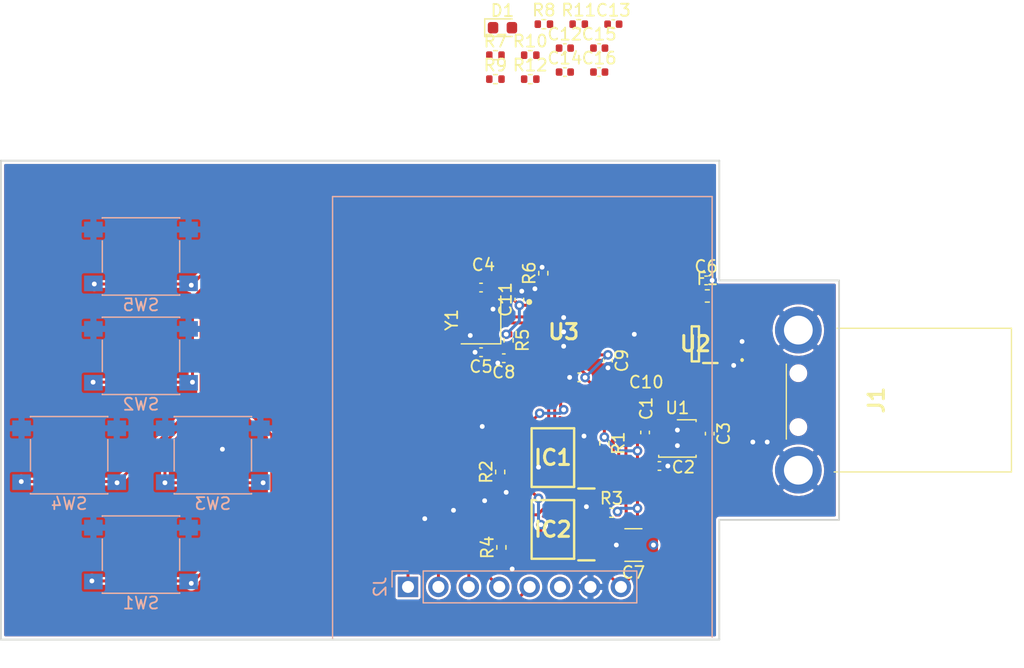
<source format=kicad_pcb>
(kicad_pcb (version 20171130) (host pcbnew "(5.1.12)-1")
  (layers (0 F.Cu signal) (31 B.Cu signal) (34 B.Paste user) (35 F.Paste user) (36 B.SilkS user) (37 F.SilkS user) (38 B.Mask user) (39 F.Mask user) (44 Edge.Cuts user))
  (net 0 "")
  (net 1 "Net-(IC1-Pad7)")
  (net 2 "Net-(IC1-Pad3)")
  (net 3 GND)
  (net 4 "Net-(C2-Pad1)")
  (net 5 "Net-(J1-Pad3)")
  (net 6 "Net-(J1-Pad2)")
  (net 7 D+)
  (net 8 VBUS)
  (net 9 D-)
  (net 10 "Net-(IC2-Pad3)")
  (net 11 "Net-(U3-Pad24)")
  (net 12 "Net-(U3-Pad23)")
  (net 13 "Net-(U3-Pad18)")
  (net 14 "Net-(U3-Pad13)")
  (net 15 "Net-(U3-Pad9)")
  (net 16 "Net-(U3-Pad6)")
  (net 17 "Net-(F1-Pad2)")
  (net 18 "Net-(C4-Pad2)")
  (net 19 "Net-(C5-Pad2)")
  (net 20 +3V3)
  (net 21 CLK)
  (net 22 MOSI)
  (net 23 MISO)
  (net 24 "Net-(IC2-Pad7)")
  (net 25 RIGHT)
  (net 26 DOWN)
  (net 27 LEFT)
  (net 28 UP)
  (net 29 "Net-(C8-Pad1)")
  (net 30 "Net-(R6-Pad1)")
  (net 31 "Net-(J2-Pad6)")
  (net 32 ~CS)
  (net 33 DC)
  (net 34 ~RES)
  (net 35 OK)
  (net 36 ~FLASH_CS)
  (net 37 ~FRAM_CS)
  (net 38 "Net-(C12-Pad2)")
  (net 39 "Net-(C13-Pad2)")
  (net 40 "Net-(C14-Pad2)")
  (net 41 "Net-(C15-Pad2)")
  (net 42 "Net-(C16-Pad2)")
  (net 43 "Net-(D1-Pad2)")
  (net 44 "Net-(D1-Pad1)")
  (net 45 "Net-(R7-Pad2)")
  (net 46 "Net-(R8-Pad1)")
  (net 47 "Net-(R9-Pad1)")
  (net 48 "Net-(R10-Pad1)")
  (net 49 "Net-(R11-Pad1)")
  (net 50 "Net-(R12-Pad1)")
  (module Resistor_SMD:R_0402_1005Metric (layer F.Cu) (at 97.21 89.19)
    (fp_text reference R12 (at 0 -1.17) (layer F.SilkS))
    (fp_text value 10k/5%/0.1W)
    (pad 2 smd roundrect (at 0.51 0) (size 0.54 0.64) (layers F.Cu F.Paste F.Mask) (net 28 UP))
    (pad 1 smd roundrect (at -0.51 0) (size 0.54 0.64) (layers F.Cu F.Paste F.Mask) (net 50 "Net-(R12-Pad1)"))
  )
  (module Resistor_SMD:R_0402_1005Metric (layer F.Cu) (at 101.26 84.6)
    (fp_text reference R11 (at 0 -1.17) (layer F.SilkS))
    (fp_text value 10k/5%/0.1W)
    (pad 2 smd roundrect (at 0.51 0) (size 0.54 0.64) (layers F.Cu F.Paste F.Mask) (net 26 DOWN))
    (pad 1 smd roundrect (at -0.51 0) (size 0.54 0.64) (layers F.Cu F.Paste F.Mask) (net 49 "Net-(R11-Pad1)"))
  )
  (module Resistor_SMD:R_0402_1005Metric (layer F.Cu) (at 97.21 87.19)
    (fp_text reference R10 (at 0 -1.17) (layer F.SilkS))
    (fp_text value 10k/5%/0.1W)
    (pad 2 smd roundrect (at 0.51 0) (size 0.54 0.64) (layers F.Cu F.Paste F.Mask) (net 27 LEFT))
    (pad 1 smd roundrect (at -0.51 0) (size 0.54 0.64) (layers F.Cu F.Paste F.Mask) (net 48 "Net-(R10-Pad1)"))
  )
  (module Resistor_SMD:R_0402_1005Metric (layer F.Cu) (at 94.3 89.19)
    (fp_text reference R9 (at 0 -1.17) (layer F.SilkS))
    (fp_text value 10k/5%/0.1W)
    (pad 2 smd roundrect (at 0.51 0) (size 0.54 0.64) (layers F.Cu F.Paste F.Mask) (net 25 RIGHT))
    (pad 1 smd roundrect (at -0.51 0) (size 0.54 0.64) (layers F.Cu F.Paste F.Mask) (net 47 "Net-(R9-Pad1)"))
  )
  (module Resistor_SMD:R_0402_1005Metric (layer F.Cu) (at 98.35 84.6)
    (fp_text reference R8 (at 0 -1.17) (layer F.SilkS))
    (fp_text value 10k/5%/0.1W)
    (pad 2 smd roundrect (at 0.51 0) (size 0.54 0.64) (layers F.Cu F.Paste F.Mask) (net 35 OK))
    (pad 1 smd roundrect (at -0.51 0) (size 0.54 0.64) (layers F.Cu F.Paste F.Mask) (net 46 "Net-(R8-Pad1)"))
  )
  (module Resistor_SMD:R_0402_1005Metric (layer F.Cu) (at 94.3 87.19)
    (fp_text reference R7 (at 0 -1.17) (layer F.SilkS))
    (fp_text value /5%/0.1W)
    (pad 2 smd roundrect (at 0.51 0) (size 0.54 0.64) (layers F.Cu F.Paste F.Mask) (net 45 "Net-(R7-Pad2)"))
    (pad 1 smd roundrect (at -0.51 0) (size 0.54 0.64) (layers F.Cu F.Paste F.Mask) (net 43 "Net-(D1-Pad2)"))
  )
  (module LED_SMD:LED_0603_1608Metric (layer F.Cu) (at 94.89 84.895001)
    (fp_text reference D1 (at 0 -1.43) (layer F.SilkS))
    (fp_text value LED)
    (pad 2 smd roundrect (at 0.7875 0) (size 0.875 0.95) (layers F.Cu F.Paste F.Mask) (net 43 "Net-(D1-Pad2)"))
    (pad 1 smd roundrect (at -0.7875 0) (size 0.875 0.95) (layers F.Cu F.Paste F.Mask) (net 44 "Net-(D1-Pad1)"))
  )
  (module Capacitor_SMD:C_0402_1005Metric (layer F.Cu) (at 102.97 88.6)
    (fp_text reference C16 (at 0 -1.16) (layer F.SilkS))
    (fp_text value 100n/X5R/10V)
    (pad 2 smd roundrect (at 0.48 0) (size 0.56 0.62) (layers F.Cu F.Paste F.Mask) (net 42 "Net-(C16-Pad2)"))
    (pad 1 smd roundrect (at -0.48 0) (size 0.56 0.62) (layers F.Cu F.Paste F.Mask) (net 28 UP))
  )
  (module Capacitor_SMD:C_0402_1005Metric (layer F.Cu) (at 102.97 86.6)
    (fp_text reference C15 (at 0 -1.16) (layer F.SilkS))
    (fp_text value 100n/X5R/10V)
    (pad 2 smd roundrect (at 0.48 0) (size 0.56 0.62) (layers F.Cu F.Paste F.Mask) (net 41 "Net-(C15-Pad2)"))
    (pad 1 smd roundrect (at -0.48 0) (size 0.56 0.62) (layers F.Cu F.Paste F.Mask) (net 26 DOWN))
  )
  (module Capacitor_SMD:C_0402_1005Metric (layer F.Cu) (at 100.1 88.6)
    (fp_text reference C14 (at 0 -1.16) (layer F.SilkS))
    (fp_text value 100n/X5R/10V)
    (pad 2 smd roundrect (at 0.48 0) (size 0.56 0.62) (layers F.Cu F.Paste F.Mask) (net 40 "Net-(C14-Pad2)"))
    (pad 1 smd roundrect (at -0.48 0) (size 0.56 0.62) (layers F.Cu F.Paste F.Mask) (net 27 LEFT))
  )
  (module Capacitor_SMD:C_0402_1005Metric (layer F.Cu) (at 104.15 84.6)
    (fp_text reference C13 (at 0 -1.16) (layer F.SilkS))
    (fp_text value 100n/X5R/10V)
    (pad 2 smd roundrect (at 0.48 0) (size 0.56 0.62) (layers F.Cu F.Paste F.Mask) (net 39 "Net-(C13-Pad2)"))
    (pad 1 smd roundrect (at -0.48 0) (size 0.56 0.62) (layers F.Cu F.Paste F.Mask) (net 25 RIGHT))
  )
  (module Capacitor_SMD:C_0402_1005Metric (layer F.Cu) (at 100.1 86.6)
    (fp_text reference C12 (at 0 -1.16) (layer F.SilkS))
    (fp_text value 100n/X5R/10V)
    (pad 2 smd roundrect (at 0.48 0) (size 0.56 0.62) (layers F.Cu F.Paste F.Mask) (net 38 "Net-(C12-Pad2)"))
    (pad 1 smd roundrect (at -0.48 0) (size 0.56 0.62) (layers F.Cu F.Paste F.Mask) (net 35 OK))
  )
  (module C4V1:480372100 (layer F.Cu) (at 128 116 90)
    (fp_text reference J1 (at 0 -1.875 90) (layer F.SilkS) (effects (font (size 1.27 1.27) (thickness 0.254))))
    (fp_text value 48037-2100 hide)
    (pad MH4 np_thru_hole circle (at -2.25 -8.4 90) (size 1.1 1.1) (drill 1.1) (layers *.Cu *.Mask))
    (pad MH3 np_thru_hole circle (at 2.25 -8.4 90) (size 1.1 1.1) (drill 1.1) (layers *.Cu *.Mask))
    (pad 5 thru_hole circle (at -5.85 -8.4 90) (size 3.9 3.9) (drill 2.404) (layers *.Cu *.Mask) (net 3 GND))
    (pad 5 thru_hole circle (at 5.85 -8.4 90) (size 3.9 3.9) (drill 2.404) (layers *.Cu *.Mask) (net 3 GND))
    (pad 4 smd rect (at -3.5 -11 90) (size 1.2 2) (layers F.Cu F.Paste F.Mask) (net 3 GND))
    (pad 3 smd rect (at -1 -11 90) (size 1.2 2) (layers F.Cu F.Paste F.Mask) (net 5 "Net-(J1-Pad3)"))
    (pad 2 smd rect (at 1 -11 90) (size 1.2 2) (layers F.Cu F.Paste F.Mask) (net 6 "Net-(J1-Pad2)"))
    (pad 1 smd rect (at 3.5 -11 90) (size 1.2 2) (layers F.Cu F.Paste F.Mask) (net 17 "Net-(F1-Pad2)"))
  )
  (module Capacitor_SMD:C_1210_3225Metric (layer F.Cu) (at 105.825 128.1 180)
    (fp_text reference C7 (at 0 -2.3) (layer F.SilkS))
    (fp_text value 100u/X7R/10V)
    (pad 2 smd roundrect (at 1.475 0 180) (size 1.15 2.7) (layers F.Cu F.Paste F.Mask) (roundrect_rratio 0.217391) (net 3 GND))
    (pad 1 smd roundrect (at -1.475 0 180) (size 1.15 2.7) (layers F.Cu F.Paste F.Mask) (roundrect_rratio 0.217391) (net 20 +3V3))
  )
  (module Crystal:Crystal_SMD_Abracon_ABM8G-4Pin_3.2x2.5mm (layer F.Cu) (at 93.1 109.3 90)
    (fp_text reference Y1 (at 0 -2.45 90) (layer F.SilkS))
    (fp_text value ECS-80-8-33Q-ADS-TR3)
    (pad 4 smd rect (at -1.1 -0.85 90) (size 1.4 1.2) (layers F.Cu F.Paste F.Mask) (net 3 GND))
    (pad 3 smd rect (at 1.1 -0.85 90) (size 1.4 1.2) (layers F.Cu F.Paste F.Mask) (net 18 "Net-(C4-Pad2)"))
    (pad 2 smd rect (at 1.1 0.85 90) (size 1.4 1.2) (layers F.Cu F.Paste F.Mask) (net 3 GND))
    (pad 1 smd rect (at -1.1 0.85 90) (size 1.4 1.2) (layers F.Cu F.Paste F.Mask) (net 19 "Net-(C5-Pad2)"))
  )
  (module Package_DFN_QFN:DFN-8-1EP_3x3mm_P0.65mm_EP1.55x2.4mm (layer F.Cu) (at 109.5 119.2)
    (fp_text reference U1 (at 0 -2.55) (layer F.SilkS))
    (fp_text value LDLN050PU33)
    (pad 9 smd rect (at 0 0) (size 1.55 2.4) (layers F.Cu F.Mask) (net 3 GND))
    (pad 8 smd rect (at 1.55 -0.975) (size 0.65 0.35) (layers F.Cu F.Paste F.Mask) (net 8 VBUS))
    (pad 7 smd rect (at 1.55 -0.325) (size 0.65 0.35) (layers F.Cu F.Paste F.Mask) (net 3 GND))
    (pad 6 smd rect (at 1.55 0.325) (size 0.65 0.35) (layers F.Cu F.Paste F.Mask) (net 3 GND))
    (pad 5 smd rect (at 1.55 0.975) (size 0.65 0.35) (layers F.Cu F.Paste F.Mask) (net 8 VBUS))
    (pad 4 smd rect (at -1.55 0.975) (size 0.65 0.35) (layers F.Cu F.Paste F.Mask) (net 3 GND))
    (pad 3 smd rect (at -1.55 0.325) (size 0.65 0.35) (layers F.Cu F.Paste F.Mask) (net 4 "Net-(C2-Pad1)"))
    (pad 2 smd rect (at -1.55 -0.325) (size 0.65 0.35) (layers F.Cu F.Paste F.Mask) (net 3 GND))
    (pad 1 smd rect (at -1.55 -0.975) (size 0.65 0.35) (layers F.Cu F.Paste F.Mask) (net 20 +3V3))
  )
  (module Button_Switch_SMD:SW_Push_1P1T_NO_6x6mm_H9.5mm (layer B.Cu) (at 64.7 104)
    (fp_text reference SW5 (at 0 4.05) (layer B.SilkS) (effects (justify mirror)))
    (fp_text value SW_Push)
    (pad 2 smd rect (at 3.975 -2.25) (size 1.55 1.3) (layers B.Cu B.Paste B.Mask) (net 3 GND))
    (pad 1 smd rect (at 3.975 2.25) (size 1.55 1.3) (layers B.Cu B.Paste B.Mask) (net 35 OK))
    (pad 1 smd rect (at -3.975 2.25) (size 1.55 1.3) (layers B.Cu B.Paste B.Mask) (net 35 OK))
    (pad 2 smd rect (at -3.975 -2.25) (size 1.55 1.3) (layers B.Cu B.Paste B.Mask) (net 3 GND))
  )
  (module Button_Switch_SMD:SW_Push_1P1T_NO_6x6mm_H9.5mm (layer B.Cu) (at 58.7 120.6)
    (fp_text reference SW4 (at 0 4.05) (layer B.SilkS) (effects (justify mirror)))
    (fp_text value SW_Push)
    (pad 2 smd rect (at 3.975 -2.25) (size 1.55 1.3) (layers B.Cu B.Paste B.Mask) (net 3 GND))
    (pad 1 smd rect (at 3.975 2.25) (size 1.55 1.3) (layers B.Cu B.Paste B.Mask) (net 25 RIGHT))
    (pad 1 smd rect (at -3.975 2.25) (size 1.55 1.3) (layers B.Cu B.Paste B.Mask) (net 25 RIGHT))
    (pad 2 smd rect (at -3.975 -2.25) (size 1.55 1.3) (layers B.Cu B.Paste B.Mask) (net 3 GND))
  )
  (module Button_Switch_SMD:SW_Push_1P1T_NO_6x6mm_H9.5mm (layer B.Cu) (at 70.7 120.6)
    (fp_text reference SW3 (at 0 4.05) (layer B.SilkS) (effects (justify mirror)))
    (fp_text value SW_Push)
    (pad 2 smd rect (at 3.975 -2.25) (size 1.55 1.3) (layers B.Cu B.Paste B.Mask) (net 3 GND))
    (pad 1 smd rect (at 3.975 2.25) (size 1.55 1.3) (layers B.Cu B.Paste B.Mask) (net 27 LEFT))
    (pad 1 smd rect (at -3.975 2.25) (size 1.55 1.3) (layers B.Cu B.Paste B.Mask) (net 27 LEFT))
    (pad 2 smd rect (at -3.975 -2.25) (size 1.55 1.3) (layers B.Cu B.Paste B.Mask) (net 3 GND))
  )
  (module Button_Switch_SMD:SW_Push_1P1T_NO_6x6mm_H9.5mm (layer B.Cu) (at 64.7 112.3)
    (fp_text reference SW2 (at 0 4.05) (layer B.SilkS) (effects (justify mirror)))
    (fp_text value SW_Push)
    (pad 2 smd rect (at 3.975 -2.25) (size 1.55 1.3) (layers B.Cu B.Paste B.Mask) (net 3 GND))
    (pad 1 smd rect (at 3.975 2.25) (size 1.55 1.3) (layers B.Cu B.Paste B.Mask) (net 26 DOWN))
    (pad 1 smd rect (at -3.975 2.25) (size 1.55 1.3) (layers B.Cu B.Paste B.Mask) (net 26 DOWN))
    (pad 2 smd rect (at -3.975 -2.25) (size 1.55 1.3) (layers B.Cu B.Paste B.Mask) (net 3 GND))
  )
  (module Button_Switch_SMD:SW_Push_1P1T_NO_6x6mm_H9.5mm (layer B.Cu) (at 64.7 128.9)
    (fp_text reference SW1 (at 0 4.05) (layer B.SilkS) (effects (justify mirror)))
    (fp_text value SW_Push)
    (pad 2 smd rect (at 3.975 -2.25) (size 1.55 1.3) (layers B.Cu B.Paste B.Mask) (net 3 GND))
    (pad 1 smd rect (at 3.975 2.25) (size 1.55 1.3) (layers B.Cu B.Paste B.Mask) (net 28 UP))
    (pad 1 smd rect (at -3.975 2.25) (size 1.55 1.3) (layers B.Cu B.Paste B.Mask) (net 28 UP))
    (pad 2 smd rect (at -3.975 -2.25) (size 1.55 1.3) (layers B.Cu B.Paste B.Mask) (net 3 GND))
  )
  (module Resistor_SMD:R_0402_1005Metric (layer F.Cu) (at 98.3 105.4 90)
    (fp_text reference R6 (at 0 -1.17 90) (layer F.SilkS))
    (fp_text value 10k/5%/0.1W)
    (pad 2 smd roundrect (at 0.51 0 90) (size 0.54 0.64) (layers F.Cu F.Paste F.Mask) (net 3 GND))
    (pad 1 smd roundrect (at -0.51 0 90) (size 0.54 0.64) (layers F.Cu F.Paste F.Mask) (net 30 "Net-(R6-Pad1)"))
  )
  (module Resistor_SMD:R_0402_1005Metric (layer F.Cu) (at 95.4 111 270)
    (fp_text reference R5 (at 0 -1.17 90) (layer F.SilkS))
    (fp_text value 10k/5%/0.1W)
    (pad 2 smd roundrect (at 0.51 0 270) (size 0.54 0.64) (layers F.Cu F.Paste F.Mask) (net 29 "Net-(C8-Pad1)"))
    (pad 1 smd roundrect (at -0.51 0 270) (size 0.54 0.64) (layers F.Cu F.Paste F.Mask) (net 20 +3V3))
  )
  (module Resistor_SMD:R_0402_1005Metric (layer F.Cu) (at 94.8 128.3 90)
    (fp_text reference R4 (at 0 -1.17 90) (layer F.SilkS))
    (fp_text value 10k/5%/0.1W)
    (pad 2 smd roundrect (at 0.51 0 90) (size 0.54 0.64) (layers F.Cu F.Paste F.Mask) (net 24 "Net-(IC2-Pad7)"))
    (pad 1 smd roundrect (at -0.51 0 90) (size 0.54 0.64) (layers F.Cu F.Paste F.Mask) (net 20 +3V3))
  )
  (module Resistor_SMD:R_0402_1005Metric (layer F.Cu) (at 104 125.4 180)
    (fp_text reference R3 (at 0 1.2) (layer F.SilkS))
    (fp_text value 10k/5%/0.1W)
    (pad 2 smd roundrect (at 0.51 0 180) (size 0.54 0.64) (layers F.Cu F.Paste F.Mask) (net 10 "Net-(IC2-Pad3)"))
    (pad 1 smd roundrect (at -0.51 0 180) (size 0.54 0.64) (layers F.Cu F.Paste F.Mask) (net 20 +3V3))
  )
  (module Resistor_SMD:R_0402_1005Metric (layer F.Cu) (at 94.7 122 90)
    (fp_text reference R2 (at 0 -1.17 90) (layer F.SilkS))
    (fp_text value 10k/5%/0.1W)
    (pad 2 smd roundrect (at 0.51 0 90) (size 0.54 0.64) (layers F.Cu F.Paste F.Mask) (net 1 "Net-(IC1-Pad7)"))
    (pad 1 smd roundrect (at -0.51 0 90) (size 0.54 0.64) (layers F.Cu F.Paste F.Mask) (net 20 +3V3))
  )
  (module Resistor_SMD:R_0402_1005Metric (layer F.Cu) (at 103.4 119.6 270)
    (fp_text reference R1 (at 0 -1.17 90) (layer F.SilkS))
    (fp_text value 10k/5%/0.1W)
    (pad 2 smd roundrect (at 0.51 0 270) (size 0.54 0.64) (layers F.Cu F.Paste F.Mask) (net 2 "Net-(IC1-Pad3)"))
    (pad 1 smd roundrect (at -0.51 0 270) (size 0.54 0.64) (layers F.Cu F.Paste F.Mask) (net 20 +3V3))
  )
  (module C4V1:SOIC127P600X175-8N (layer F.Cu) (at 99.1 126.8 180)
    (fp_text reference IC2 (at 0 0) (layer F.SilkS) (effects (font (size 1.27 1.27) (thickness 0.254))))
    (fp_text value MB85RS256TYPNF-G-AWERE2 hide)
    (pad 8 smd rect (at 2.8 -1.905 270) (size 0.65 1.35) (layers F.Cu F.Paste F.Mask) (net 20 +3V3))
    (pad 7 smd rect (at 2.8 -0.635 270) (size 0.65 1.35) (layers F.Cu F.Paste F.Mask) (net 24 "Net-(IC2-Pad7)"))
    (pad 6 smd rect (at 2.8 0.635 270) (size 0.65 1.35) (layers F.Cu F.Paste F.Mask) (net 21 CLK))
    (pad 5 smd rect (at 2.8 1.905 270) (size 0.65 1.35) (layers F.Cu F.Paste F.Mask) (net 22 MOSI))
    (pad 4 smd rect (at -2.8 1.905 270) (size 0.65 1.35) (layers F.Cu F.Paste F.Mask) (net 3 GND))
    (pad 3 smd rect (at -2.8 0.635 270) (size 0.65 1.35) (layers F.Cu F.Paste F.Mask) (net 10 "Net-(IC2-Pad3)"))
    (pad 2 smd rect (at -2.8 -0.635 270) (size 0.65 1.35) (layers F.Cu F.Paste F.Mask) (net 23 MISO))
    (pad 1 smd rect (at -2.8 -1.905 270) (size 0.65 1.35) (layers F.Cu F.Paste F.Mask) (net 37 ~FRAM_CS))
  )
  (module C4V1:SOIC127P600X175-8N (layer F.Cu) (at 99.1 120.8 180)
    (fp_text reference IC1 (at 0 0) (layer F.SilkS) (effects (font (size 1.27 1.27) (thickness 0.254))))
    (fp_text value W25Q16JVSNIQ hide)
    (pad 8 smd rect (at 2.8 -1.905 270) (size 0.65 1.35) (layers F.Cu F.Paste F.Mask) (net 20 +3V3))
    (pad 7 smd rect (at 2.8 -0.635 270) (size 0.65 1.35) (layers F.Cu F.Paste F.Mask) (net 1 "Net-(IC1-Pad7)"))
    (pad 6 smd rect (at 2.8 0.635 270) (size 0.65 1.35) (layers F.Cu F.Paste F.Mask) (net 21 CLK))
    (pad 5 smd rect (at 2.8 1.905 270) (size 0.65 1.35) (layers F.Cu F.Paste F.Mask) (net 22 MOSI))
    (pad 4 smd rect (at -2.8 1.905 270) (size 0.65 1.35) (layers F.Cu F.Paste F.Mask) (net 3 GND))
    (pad 3 smd rect (at -2.8 0.635 270) (size 0.65 1.35) (layers F.Cu F.Paste F.Mask) (net 2 "Net-(IC1-Pad3)"))
    (pad 2 smd rect (at -2.8 -0.635 270) (size 0.65 1.35) (layers F.Cu F.Paste F.Mask) (net 23 MISO))
    (pad 1 smd rect (at -2.8 -1.905 270) (size 0.65 1.35) (layers F.Cu F.Paste F.Mask) (net 36 ~FLASH_CS))
  )
  (module Capacitor_SMD:C_0402_1005Metric (layer F.Cu) (at 96.3 107.6 90)
    (fp_text reference C11 (at 0 -1.16 90) (layer F.SilkS))
    (fp_text value 4.7u/X5R/10V)
    (pad 2 smd roundrect (at 0.48 0 90) (size 0.56 0.62) (layers F.Cu F.Paste F.Mask) (net 3 GND))
    (pad 1 smd roundrect (at -0.48 0 90) (size 0.56 0.62) (layers F.Cu F.Paste F.Mask) (net 20 +3V3))
  )
  (module Capacitor_SMD:C_0402_1005Metric (layer F.Cu) (at 101.3 114.1 180)
    (fp_text reference C10 (at -5.6 -0.4) (layer F.SilkS))
    (fp_text value 4.7u/X5R/10V)
    (pad 2 smd roundrect (at 0.48 0 180) (size 0.56 0.62) (layers F.Cu F.Paste F.Mask) (net 3 GND))
    (pad 1 smd roundrect (at -0.48 0 180) (size 0.56 0.62) (layers F.Cu F.Paste F.Mask) (net 20 +3V3))
  )
  (module Capacitor_SMD:C_0402_1005Metric (layer F.Cu) (at 103.7 112.7 270)
    (fp_text reference C9 (at 0 -1.16 90) (layer F.SilkS))
    (fp_text value 4.7u/X5R/10V)
    (pad 2 smd roundrect (at 0.48 0 270) (size 0.56 0.62) (layers F.Cu F.Paste F.Mask) (net 3 GND))
    (pad 1 smd roundrect (at -0.48 0 270) (size 0.56 0.62) (layers F.Cu F.Paste F.Mask) (net 20 +3V3))
  )
  (module Capacitor_SMD:C_0402_1005Metric (layer F.Cu) (at 95 112.5 180)
    (fp_text reference C8 (at 0 -1.16) (layer F.SilkS))
    (fp_text value 100n/X5R/10V)
    (pad 2 smd roundrect (at 0.48 0 180) (size 0.56 0.62) (layers F.Cu F.Paste F.Mask) (net 3 GND))
    (pad 1 smd roundrect (at -0.48 0 180) (size 0.56 0.62) (layers F.Cu F.Paste F.Mask) (net 29 "Net-(C8-Pad1)"))
  )
  (module Capacitor_SMD:C_0402_1005Metric (layer F.Cu) (at 111.9 106)
    (fp_text reference C6 (at 0 -1.16) (layer F.SilkS))
    (fp_text value 4.7u/X5R/10V)
    (pad 2 smd roundrect (at 0.48 0) (size 0.56 0.62) (layers F.Cu F.Paste F.Mask) (net 3 GND))
    (pad 1 smd roundrect (at -0.48 0) (size 0.56 0.62) (layers F.Cu F.Paste F.Mask) (net 8 VBUS))
  )
  (module Capacitor_SMD:C_0402_1005Metric (layer F.Cu) (at 93.1 112)
    (fp_text reference C5 (at 0 1.2) (layer F.SilkS))
    (fp_text value 8p/COG/10V)
    (pad 2 smd roundrect (at 0.48 0) (size 0.56 0.62) (layers F.Cu F.Paste F.Mask) (net 19 "Net-(C5-Pad2)"))
    (pad 1 smd roundrect (at -0.48 0) (size 0.56 0.62) (layers F.Cu F.Paste F.Mask) (net 3 GND))
  )
  (module Capacitor_SMD:C_0402_1005Metric (layer F.Cu) (at 93.1 106.6 180)
    (fp_text reference C4 (at -0.2 1.9) (layer F.SilkS))
    (fp_text value 8p/C0G/10V)
    (pad 2 smd roundrect (at 0.48 0 180) (size 0.56 0.62) (layers F.Cu F.Paste F.Mask) (net 18 "Net-(C4-Pad2)"))
    (pad 1 smd roundrect (at -0.48 0 180) (size 0.56 0.62) (layers F.Cu F.Paste F.Mask) (net 3 GND))
  )
  (module Capacitor_SMD:C_0402_1005Metric (layer F.Cu) (at 112.2 118.8 270)
    (fp_text reference C3 (at 0 -1.16 90) (layer F.SilkS))
    (fp_text value 4.7u/X5R/10V)
    (pad 2 smd roundrect (at 0.48 0 270) (size 0.56 0.62) (layers F.Cu F.Paste F.Mask) (net 3 GND))
    (pad 1 smd roundrect (at -0.48 0 270) (size 0.56 0.62) (layers F.Cu F.Paste F.Mask) (net 8 VBUS))
  )
  (module Capacitor_SMD:C_0402_1005Metric (layer F.Cu) (at 108 121.5)
    (fp_text reference C2 (at 2 0.1) (layer F.SilkS))
    (fp_text value 10n/X5R/10V)
    (pad 2 smd roundrect (at 0.48 0) (size 0.56 0.62) (layers F.Cu F.Paste F.Mask) (net 3 GND))
    (pad 1 smd roundrect (at -0.48 0) (size 0.56 0.62) (layers F.Cu F.Paste F.Mask) (net 4 "Net-(C2-Pad1)"))
  )
  (module Capacitor_SMD:C_0402_1005Metric (layer F.Cu) (at 106.8 118.7 270)
    (fp_text reference C1 (at -2 -0.1 90) (layer F.SilkS))
    (fp_text value 4.7u/X5R/10V)
    (pad 2 smd roundrect (at 0.48 0 270) (size 0.56 0.62) (layers F.Cu F.Paste F.Mask) (net 3 GND))
    (pad 1 smd roundrect (at -0.48 0 270) (size 0.56 0.62) (layers F.Cu F.Paste F.Mask) (net 20 +3V3))
  )
  (module C4V1:QFN50P500X500X60-33N-D (layer F.Cu) (at 100 110.3)
    (fp_text reference U3 (at 0 0) (layer F.SilkS) (effects (font (size 1.27 1.27) (thickness 0.254))))
    (fp_text value STM32G4A1KEU6 hide)
    (pad 33 smd rect (at 0 0) (size 3.6 3.6) (layers F.Cu F.Paste F.Mask) (net 3 GND))
    (pad 32 smd rect (at -1.75 -2.45) (size 0.25 0.85) (layers F.Cu F.Paste F.Mask) (net 3 GND))
    (pad 31 smd rect (at -1.25 -2.45) (size 0.25 0.85) (layers F.Cu F.Paste F.Mask) (net 30 "Net-(R6-Pad1)"))
    (pad 30 smd rect (at -0.75 -2.45) (size 0.25 0.85) (layers F.Cu F.Paste F.Mask) (net 28 UP))
    (pad 29 smd rect (at -0.25 -2.45) (size 0.25 0.85) (layers F.Cu F.Paste F.Mask) (net 27 LEFT))
    (pad 28 smd rect (at 0.25 -2.45) (size 0.25 0.85) (layers F.Cu F.Paste F.Mask) (net 25 RIGHT))
    (pad 27 smd rect (at 0.75 -2.45) (size 0.25 0.85) (layers F.Cu F.Paste F.Mask) (net 26 DOWN))
    (pad 26 smd rect (at 1.25 -2.45) (size 0.25 0.85) (layers F.Cu F.Paste F.Mask) (net 35 OK))
    (pad 25 smd rect (at 1.75 -2.45) (size 0.25 0.85) (layers F.Cu F.Paste F.Mask) (net 45 "Net-(R7-Pad2)"))
    (pad 24 smd rect (at 2.45 -1.75 90) (size 0.25 0.85) (layers F.Cu F.Paste F.Mask) (net 11 "Net-(U3-Pad24)"))
    (pad 23 smd rect (at 2.45 -1.25 90) (size 0.25 0.85) (layers F.Cu F.Paste F.Mask) (net 12 "Net-(U3-Pad23)"))
    (pad 22 smd rect (at 2.45 -0.75 90) (size 0.25 0.85) (layers F.Cu F.Paste F.Mask) (net 7 D+))
    (pad 21 smd rect (at 2.45 -0.25 90) (size 0.25 0.85) (layers F.Cu F.Paste F.Mask) (net 9 D-))
    (pad 20 smd rect (at 2.45 0.25 90) (size 0.25 0.85) (layers F.Cu F.Paste F.Mask) (net 37 ~FRAM_CS))
    (pad 19 smd rect (at 2.45 0.75 90) (size 0.25 0.85) (layers F.Cu F.Paste F.Mask) (net 36 ~FLASH_CS))
    (pad 18 smd rect (at 2.45 1.25 90) (size 0.25 0.85) (layers F.Cu F.Paste F.Mask) (net 13 "Net-(U3-Pad18)"))
    (pad 17 smd rect (at 2.45 1.75 90) (size 0.25 0.85) (layers F.Cu F.Paste F.Mask) (net 20 +3V3))
    (pad 16 smd rect (at 1.75 2.45) (size 0.25 0.85) (layers F.Cu F.Paste F.Mask) (net 3 GND))
    (pad 15 smd rect (at 1.25 2.45) (size 0.25 0.85) (layers F.Cu F.Paste F.Mask) (net 20 +3V3))
    (pad 14 smd rect (at 0.75 2.45) (size 0.25 0.85) (layers F.Cu F.Paste F.Mask) (net 3 GND))
    (pad 13 smd rect (at 0.25 2.45) (size 0.25 0.85) (layers F.Cu F.Paste F.Mask) (net 14 "Net-(U3-Pad13)"))
    (pad 12 smd rect (at -0.25 2.45) (size 0.25 0.85) (layers F.Cu F.Paste F.Mask) (net 22 MOSI))
    (pad 11 smd rect (at -0.75 2.45) (size 0.25 0.85) (layers F.Cu F.Paste F.Mask) (net 23 MISO))
    (pad 10 smd rect (at -1.25 2.45) (size 0.25 0.85) (layers F.Cu F.Paste F.Mask) (net 21 CLK))
    (pad 9 smd rect (at -1.75 2.45) (size 0.25 0.85) (layers F.Cu F.Paste F.Mask) (net 15 "Net-(U3-Pad9)"))
    (pad 8 smd rect (at -2.45 1.75 90) (size 0.25 0.85) (layers F.Cu F.Paste F.Mask) (net 32 ~CS))
    (pad 7 smd rect (at -2.45 1.25 90) (size 0.25 0.85) (layers F.Cu F.Paste F.Mask) (net 33 DC))
    (pad 6 smd rect (at -2.45 0.75 90) (size 0.25 0.85) (layers F.Cu F.Paste F.Mask) (net 16 "Net-(U3-Pad6)"))
    (pad 5 smd rect (at -2.45 0.25 90) (size 0.25 0.85) (layers F.Cu F.Paste F.Mask) (net 34 ~RES))
    (pad 4 smd rect (at -2.45 -0.25 90) (size 0.25 0.85) (layers F.Cu F.Paste F.Mask) (net 29 "Net-(C8-Pad1)"))
    (pad 3 smd rect (at -2.45 -0.75 90) (size 0.25 0.85) (layers F.Cu F.Paste F.Mask) (net 19 "Net-(C5-Pad2)"))
    (pad 2 smd rect (at -2.45 -1.25 90) (size 0.25 0.85) (layers F.Cu F.Paste F.Mask) (net 18 "Net-(C4-Pad2)"))
    (pad 1 smd rect (at -2.45 -1.75 90) (size 0.25 0.85) (layers F.Cu F.Paste F.Mask) (net 20 +3V3))
  )
  (module C4V1:SOT95P280X145-6N (layer F.Cu) (at 111 111.3 180)
    (fp_text reference U2 (at 0 0) (layer F.SilkS) (effects (font (size 1.27 1.27) (thickness 0.254))))
    (fp_text value ESDALCL6-2SC6 hide)
    (pad 6 smd rect (at 1.25 -0.95 270) (size 0.6 1.2) (layers F.Cu F.Paste F.Mask) (net 9 D-))
    (pad 5 smd rect (at 1.25 0 270) (size 0.6 1.2) (layers F.Cu F.Paste F.Mask) (net 8 VBUS))
    (pad 4 smd rect (at 1.25 0.95 270) (size 0.6 1.2) (layers F.Cu F.Paste F.Mask) (net 7 D+))
    (pad 3 smd rect (at -1.25 0.95 270) (size 0.6 1.2) (layers F.Cu F.Paste F.Mask) (net 5 "Net-(J1-Pad3)"))
    (pad 2 smd rect (at -1.25 0 270) (size 0.6 1.2) (layers F.Cu F.Paste F.Mask) (net 3 GND))
    (pad 1 smd rect (at -1.25 -0.95 270) (size 0.6 1.2) (layers F.Cu F.Paste F.Mask) (net 6 "Net-(J1-Pad2)"))
  )
  (module Connector_PinHeader_2.54mm:PinHeader_1x08_P2.54mm_Vertical (layer B.Cu) (at 87 131.6 270)
    (fp_text reference J2 (at 0 2.33 270) (layer B.SilkS) (effects (justify mirror)))
    (fp_text value Conn_01x08_Male)
    (pad 8 thru_hole oval (at 0 -17.78 270) (size 1.7 1.7) (drill 1) (layers *.Cu *.Mask) (net 20 +3V3))
    (pad 7 thru_hole oval (at 0 -15.24 270) (size 1.7 1.7) (drill 1) (layers *.Cu *.Mask) (net 3 GND))
    (pad 6 thru_hole oval (at 0 -12.7 270) (size 1.7 1.7) (drill 1) (layers *.Cu *.Mask) (net 31 "Net-(J2-Pad6)"))
    (pad 5 thru_hole oval (at 0 -10.16 270) (size 1.7 1.7) (drill 1) (layers *.Cu *.Mask) (net 22 MOSI))
    (pad 4 thru_hole oval (at 0 -7.62 270) (size 1.7 1.7) (drill 1) (layers *.Cu *.Mask) (net 21 CLK))
    (pad 3 thru_hole oval (at 0 -5.08 270) (size 1.7 1.7) (drill 1) (layers *.Cu *.Mask) (net 32 ~CS))
    (pad 2 thru_hole oval (at 0 -2.54 270) (size 1.7 1.7) (drill 1) (layers *.Cu *.Mask) (net 33 DC))
    (pad 1 thru_hole rect (at 0 0 270) (size 1.7 1.7) (drill 1) (layers *.Cu *.Mask) (net 34 ~RES))
  )
  (module Fuse:Fuse_0603_1608Metric (layer F.Cu) (at 112 107.3)
    (fp_text reference F1 (at 0 -1.43) (layer F.SilkS))
    (fp_text value SF-0603SA050M-2)
    (pad 2 smd roundrect (at 0.7875 0) (size 0.875 0.95) (layers F.Cu F.Paste F.Mask) (net 17 "Net-(F1-Pad2)"))
    (pad 1 smd roundrect (at -0.7875 0) (size 0.875 0.95) (layers F.Cu F.Paste F.Mask) (net 8 VBUS))
  )
  (gr_line (start 80.7 99) (end 80.7 136) (layer B.SilkS) (width 0.12))
  (gr_line (start 112.4 99) (end 80.7 99) (layer B.SilkS) (width 0.12))
  (gr_line (start 112.4 135.8) (end 112.4 99) (layer B.SilkS) (width 0.12))
  (gr_line (start 113 96) (end 53 96) (layer Edge.Cuts) (width 0.15))
  (gr_line (start 113 106) (end 113 96) (layer Edge.Cuts) (width 0.15))
  (gr_line (start 123 106) (end 113 106) (layer Edge.Cuts) (width 0.15))
  (gr_line (start 123 126) (end 123 106) (layer Edge.Cuts) (width 0.15))
  (gr_line (start 113 126) (end 123 126) (layer Edge.Cuts) (width 0.15))
  (gr_line (start 113 136) (end 113 126) (layer Edge.Cuts) (width 0.15))
  (gr_line (start 53 136) (end 113 136) (layer Edge.Cuts) (width 0.15))
  (gr_line (start 53 96) (end 53 136) (layer Edge.Cuts) (width 0.15))
  (via (at 54.7 122.8) (size 0.8) (drill 0.4) (layers F.Cu B.Cu) (net 25))
  (via (at 100 111.5) (size 0.8) (drill 0.4) (layers F.Cu B.Cu) (net 3))
  (via (at 100 109.1) (size 0.8) (drill 0.4) (layers F.Cu B.Cu) (net 3))
  (via (at 108.7 121.5) (size 0.8) (drill 0.4) (layers F.Cu B.Cu) (net 3))
  (via (at 98.2 104.9) (size 0.8) (drill 0.4) (layers F.Cu B.Cu) (net 3))
  (via (at 96.5 106.9) (size 0.8) (drill 0.4) (layers F.Cu B.Cu) (net 3))
  (via (at 60.7 114.5) (size 0.8) (drill 0.4) (layers F.Cu B.Cu) (net 26))
  (via (at 66.7 122.9) (size 0.8) (drill 0.4) (layers F.Cu B.Cu) (net 27))
  (via (at 60.6 131.1) (size 0.8) (drill 0.4) (layers F.Cu B.Cu) (net 28))
  (via (at 68.9 131.3) (size 0.8) (drill 0.4) (layers F.Cu B.Cu) (net 28))
  (via (at 74.9 122.9) (size 0.8) (drill 0.4) (layers F.Cu B.Cu) (net 27))
  (via (at 69 114.5) (size 0.8) (drill 0.4) (layers F.Cu B.Cu) (net 26))
  (via (at 100.5 114.1) (size 0.8) (drill 0.4) (layers F.Cu B.Cu) (net 3))
  (via (at 109.5 119.8) (size 0.8) (drill 0.4) (layers F.Cu B.Cu) (net 3))
  (via (at 109.5 118.5) (size 0.8) (drill 0.4) (layers F.Cu B.Cu) (net 3))
  (via (at 101.7 119) (size 0.8) (drill 0.4) (layers F.Cu B.Cu) (net 3))
  (via (at 101.9 124.9) (size 0.8) (drill 0.4) (layers F.Cu B.Cu) (net 3))
  (segment (start 96.245 121.49) (end 96.3 121.435) (width 0.25) (layer F.Cu) (net 1))
  (segment (start 94.7 121.49) (end 96.245 121.49) (width 0.25) (layer F.Cu) (net 1))
  (segment (start 103.345 120.165) (end 103.4 120.11) (width 0.25) (layer F.Cu) (net 2))
  (segment (start 101.9 120.165) (end 103.345 120.165) (width 0.25) (layer F.Cu) (net 2))
  (via (at 104.5 125.3) (size 0.8) (drill 0.4) (layers F.Cu B.Cu) (net 20))
  (via (at 94.1 108.4) (size 0.8) (drill 0.4) (layers F.Cu B.Cu) (net 3))
  (via (at 92.2 110.6) (size 0.8) (drill 0.4) (layers F.Cu B.Cu) (net 3))
  (via (at 92.6 112) (size 0.8) (drill 0.4) (layers F.Cu B.Cu) (net 3))
  (via (at 94.5 112.9) (size 0.8) (drill 0.4) (layers F.Cu B.Cu) (net 3))
  (via (at 95.2 110.5) (size 0.8) (drill 0.4) (layers F.Cu B.Cu) (net 20))
  (via (at 107.5 128.1) (size 0.8) (drill 0.4) (layers F.Cu B.Cu) (net 20))
  (via (at 104.4 128.1) (size 0.8) (drill 0.4) (layers F.Cu B.Cu) (net 3))
  (via (at 100 116.8) (size 0.8) (drill 0.4) (layers F.Cu B.Cu) (net 22))
  (via (at 112.4 106) (size 0.8) (drill 0.4) (layers F.Cu B.Cu) (net 3))
  (segment (start 117 119.5) (end 117 119.5) (width 0.25) (layer F.Cu) (net 3))
  (segment (start 117 119.5) (end 116.4 119.5) (width 0.25) (layer F.Cu) (net 3))
  (via (at 117 119.5) (size 0.8) (drill 0.4) (layers F.Cu B.Cu) (net 3))
  (segment (start 116.4 119.5) (end 115.8 119.5) (width 0.25) (layer F.Cu) (net 3))
  (via (at 115.8 119.5) (size 0.8) (drill 0.4) (layers F.Cu B.Cu) (net 3))
  (segment (start 102.5 131.34) (end 102.24 131.6) (width 0.25) (layer F.Cu) (net 3))
  (segment (start 102.18 113.18) (end 101.75 112.75) (width 0.25) (layer F.Cu) (net 3))
  (segment (start 103.7 113.18) (end 103.7 113.18) (width 0.25) (layer F.Cu) (net 3))
  (segment (start 103.7 113.18) (end 102.18 113.18) (width 0.25) (layer F.Cu) (net 3))
  (via (at 103.7 113.3) (size 0.8) (drill 0.4) (layers F.Cu B.Cu) (net 3))
  (segment (start 94.5 112.52) (end 94.52 112.5) (width 0.25) (layer F.Cu) (net 3))
  (segment (start 94.5 112.9) (end 94.5 112.52) (width 0.25) (layer F.Cu) (net 3))
  (segment (start 100.75 113.55) (end 100.75 112.75) (width 0.25) (layer F.Cu) (net 3))
  (segment (start 100.75 113.93) (end 100.75 113.55) (width 0.25) (layer F.Cu) (net 3))
  (segment (start 100.7 113.9) (end 100.5 114.1) (width 0.25) (layer F.Cu) (net 3))
  (segment (start 100.82 113.9) (end 100.7 113.9) (width 0.25) (layer F.Cu) (net 3))
  (segment (start 102.24 130.21) (end 104.35 128.1) (width 0.25) (layer F.Cu) (net 3))
  (segment (start 102.24 131.6) (end 102.24 130.21) (width 0.25) (layer F.Cu) (net 3))
  (segment (start 93.95 106.97) (end 93.58 106.6) (width 0.25) (layer F.Cu) (net 3))
  (segment (start 93.95 108.2) (end 93.95 106.97) (width 0.25) (layer F.Cu) (net 3))
  (via (at 97.6 106.7) (size 0.8) (drill 0.4) (layers F.Cu B.Cu) (net 3))
  (segment (start 98.25 107.35) (end 97.6 106.7) (width 0.25) (layer F.Cu) (net 3))
  (segment (start 98.25 107.85) (end 98.25 107.35) (width 0.25) (layer F.Cu) (net 3))
  (segment (start 97.4 106.9) (end 97.6 106.7) (width 0.25) (layer F.Cu) (net 3))
  (segment (start 96.5 106.9) (end 97.4 106.9) (width 0.25) (layer F.Cu) (net 3))
  (segment (start 107.105 118.875) (end 107.95 118.875) (width 0.25) (layer F.Cu) (net 3))
  (segment (start 106.8 119.18) (end 107.105 118.875) (width 0.25) (layer F.Cu) (net 3))
  (segment (start 109.175 118.875) (end 109.5 119.2) (width 0.25) (layer F.Cu) (net 3))
  (segment (start 107.95 118.875) (end 109.175 118.875) (width 0.25) (layer F.Cu) (net 3))
  (segment (start 109.58 119.28) (end 109.5 119.2) (width 0.25) (layer F.Cu) (net 3))
  (segment (start 111.05 119.25) (end 111.02 119.28) (width 0.25) (layer F.Cu) (net 3))
  (segment (start 111.05 118.875) (end 111.05 119.25) (width 0.25) (layer F.Cu) (net 3))
  (segment (start 111.02 119.28) (end 109.58 119.28) (width 0.25) (layer F.Cu) (net 3))
  (segment (start 112.2 119.28) (end 111.02 119.28) (width 0.25) (layer F.Cu) (net 3))
  (segment (start 100.700001 111.000001) (end 100 110.3) (width 0.25) (layer F.Cu) (net 3))
  (segment (start 100.700001 112.400001) (end 100.700001 111.000001) (width 0.25) (layer F.Cu) (net 3))
  (segment (start 100.75 112.45) (end 100.700001 112.400001) (width 0.25) (layer F.Cu) (net 3))
  (segment (start 100.75 112.75) (end 100.75 112.45) (width 0.25) (layer F.Cu) (net 3))
  (segment (start 100 110.3) (end 100 110.3) (width 0.25) (layer F.Cu) (net 3))
  (via (at 100 110.3) (size 0.8) (drill 0.4) (layers F.Cu B.Cu) (net 3))
  (segment (start 111.05 119.31) (end 111.02 119.28) (width 0.25) (layer F.Cu) (net 3))
  (segment (start 111.05 119.525) (end 111.05 119.31) (width 0.25) (layer F.Cu) (net 3))
  (segment (start 108.525 120.175) (end 109.5 119.2) (width 0.25) (layer F.Cu) (net 3))
  (segment (start 107.95 120.175) (end 108.525 120.175) (width 0.25) (layer F.Cu) (net 3))
  (segment (start 112.785002 111.3) (end 114.2 112.714998) (width 0.25) (layer F.Cu) (net 3))
  (segment (start 112.25 111.3) (end 112.785002 111.3) (width 0.25) (layer F.Cu) (net 3))
  (segment (start 114.2 112.714998) (end 114.2 113.1) (width 0.25) (layer F.Cu) (net 3))
  (segment (start 114.2 113.1) (end 114.2 113.1) (width 0.25) (layer F.Cu) (net 3))
  (via (at 114.2 113.1) (size 0.8) (drill 0.4) (layers F.Cu B.Cu) (net 3))
  (via (at 88.4 125.9) (size 0.8) (drill 0.4) (layers F.Cu B.Cu) (net 3))
  (via (at 90.8 125.2) (size 0.8) (drill 0.4) (layers F.Cu B.Cu) (net 3))
  (via (at 93.2 118.2) (size 0.8) (drill 0.4) (layers F.Cu B.Cu) (net 3))
  (via (at 93.4 124.4) (size 0.8) (drill 0.4) (layers F.Cu B.Cu) (net 3))
  (via (at 97.9 121.6) (size 0.8) (drill 0.4) (layers F.Cu B.Cu) (net 3))
  (via (at 95.2 123.7) (size 0.8) (drill 0.4) (layers F.Cu B.Cu) (net 3))
  (via (at 95.7 130.1) (size 0.8) (drill 0.4) (layers F.Cu B.Cu) (net 3))
  (via (at 71.5 120.1) (size 0.8) (drill 0.4) (layers F.Cu B.Cu) (net 3))
  (via (at 114.9 111.1) (size 0.8) (drill 0.4) (layers F.Cu B.Cu) (net 3))
  (via (at 105.9 110.5) (size 0.8) (drill 0.4) (layers F.Cu B.Cu) (net 3))
  (segment (start 107.422626 119.525) (end 107.95 119.525) (width 0.25) (layer F.Cu) (net 4))
  (segment (start 107.299999 119.647627) (end 107.422626 119.525) (width 0.25) (layer F.Cu) (net 4))
  (segment (start 107.299999 121.279999) (end 107.299999 119.647627) (width 0.25) (layer F.Cu) (net 4))
  (segment (start 107.52 121.5) (end 107.299999 121.279999) (width 0.25) (layer F.Cu) (net 4))
  (segment (start 112.785002 110.35) (end 112.25 110.35) (width 0.25) (layer F.Cu) (net 5))
  (segment (start 115.860003 113.425001) (end 112.785002 110.35) (width 0.25) (layer F.Cu) (net 5))
  (segment (start 118.325001 114.139999) (end 117.610003 113.425001) (width 0.25) (layer F.Cu) (net 5))
  (segment (start 118.325001 116.924999) (end 118.325001 114.139999) (width 0.25) (layer F.Cu) (net 5))
  (segment (start 118.25 117) (end 118.325001 116.924999) (width 0.25) (layer F.Cu) (net 5))
  (segment (start 117.610003 113.425001) (end 115.860003 113.425001) (width 0.25) (layer F.Cu) (net 5))
  (segment (start 117 117) (end 118.25 117) (width 0.25) (layer F.Cu) (net 5))
  (segment (start 115 115) (end 112.25 112.25) (width 0.25) (layer F.Cu) (net 6))
  (segment (start 117 115) (end 115 115) (width 0.25) (layer F.Cu) (net 6))
  (segment (start 108.95 109.55) (end 102.45 109.55) (width 0.25) (layer F.Cu) (net 7))
  (segment (start 109.75 110.35) (end 108.95 109.55) (width 0.25) (layer F.Cu) (net 7))
  (segment (start 110.800001 107.712499) (end 110.800001 111.010001) (width 0.5) (layer F.Cu) (net 8))
  (segment (start 110.800001 111.010001) (end 110.510002 111.3) (width 0.5) (layer F.Cu) (net 8))
  (segment (start 111.2125 107.3) (end 110.800001 107.712499) (width 0.5) (layer F.Cu) (net 8))
  (segment (start 110.800001 107.712499) (end 109.387499 107.712499) (width 0.5) (layer F.Cu) (net 8))
  (segment (start 112.289402 118.225) (end 111.05 118.225) (width 0.5) (layer F.Cu) (net 8))
  (segment (start 112.96001 118.895608) (end 112.289402 118.225) (width 0.5) (layer F.Cu) (net 8))
  (segment (start 112.96001 119.664392) (end 112.96001 118.895608) (width 0.5) (layer F.Cu) (net 8))
  (segment (start 112.449402 120.175) (end 112.96001 119.664392) (width 0.5) (layer F.Cu) (net 8))
  (segment (start 111.05 120.175) (end 112.449402 120.175) (width 0.5) (layer F.Cu) (net 8))
  (segment (start 111.2125 106.2075) (end 111.42 106) (width 0.5) (layer F.Cu) (net 8))
  (segment (start 111.2125 107.3) (end 111.2125 106.2075) (width 0.5) (layer F.Cu) (net 8))
  (segment (start 111.05 111.839998) (end 111.05 118.225) (width 0.5) (layer F.Cu) (net 8))
  (segment (start 110.510002 111.3) (end 111.05 111.839998) (width 0.5) (layer F.Cu) (net 8))
  (segment (start 109.75 111.3) (end 110.510002 111.3) (width 0.5) (layer F.Cu) (net 8))
  (segment (start 104.15 110.05) (end 102.45 110.05) (width 0.25) (layer F.Cu) (net 9))
  (segment (start 106.7 112) (end 106.1 112) (width 0.25) (layer F.Cu) (net 9))
  (segment (start 106.9 110.20002) (end 106.9 111.8) (width 0.25) (layer F.Cu) (net 9))
  (segment (start 106.9 111.8) (end 106.7 112) (width 0.25) (layer F.Cu) (net 9))
  (segment (start 107.10001 110.00001) (end 106.9 110.20002) (width 0.25) (layer F.Cu) (net 9))
  (segment (start 107.70001 110.00001) (end 107.10001 110.00001) (width 0.25) (layer F.Cu) (net 9))
  (segment (start 107.9 110.2) (end 107.70001 110.00001) (width 0.25) (layer F.Cu) (net 9))
  (segment (start 106.1 112) (end 104.15 110.05) (width 0.25) (layer F.Cu) (net 9))
  (segment (start 107.9 110.935002) (end 107.9 110.2) (width 0.25) (layer F.Cu) (net 9))
  (segment (start 109.214998 112.25) (end 107.9 110.935002) (width 0.25) (layer F.Cu) (net 9))
  (segment (start 109.75 112.25) (end 109.214998 112.25) (width 0.25) (layer F.Cu) (net 9))
  (segment (start 102.725 126.165) (end 103.49 125.4) (width 0.25) (layer F.Cu) (net 10))
  (segment (start 101.9 126.165) (end 102.725 126.165) (width 0.25) (layer F.Cu) (net 10))
  (segment (start 113.2875 107.8) (end 112.7875 107.3) (width 0.5) (layer F.Cu) (net 17))
  (segment (start 117 111.5125) (end 113.2875 107.8) (width 0.5) (layer F.Cu) (net 17))
  (segment (start 117 112.5) (end 117 111.5125) (width 0.5) (layer F.Cu) (net 17))
  (segment (start 93.089999 109.225001) (end 92.25 108.385002) (width 0.25) (layer F.Cu) (net 18))
  (segment (start 94.810001 109.225001) (end 93.089999 109.225001) (width 0.25) (layer F.Cu) (net 18))
  (segment (start 94.985002 109.05) (end 94.810001 109.225001) (width 0.25) (layer F.Cu) (net 18))
  (segment (start 92.25 108.385002) (end 92.25 108.2) (width 0.25) (layer F.Cu) (net 18))
  (segment (start 97.55 109.05) (end 94.985002 109.05) (width 0.25) (layer F.Cu) (net 18))
  (segment (start 92.25 106.97) (end 92.62 106.6) (width 0.25) (layer F.Cu) (net 18))
  (segment (start 92.25 108.2) (end 92.25 106.97) (width 0.25) (layer F.Cu) (net 18))
  (segment (start 93.68 110.67) (end 93.95 110.4) (width 0.25) (layer F.Cu) (net 19))
  (segment (start 93.68 112) (end 93.68 110.67) (width 0.25) (layer F.Cu) (net 19))
  (segment (start 93.95 110.4) (end 94.271412 110.4) (width 0.25) (layer F.Cu) (net 19))
  (segment (start 95.121412 109.55) (end 97.55 109.55) (width 0.25) (layer F.Cu) (net 19))
  (segment (start 94.271412 110.4) (end 95.121412 109.55) (width 0.25) (layer F.Cu) (net 19))
  (segment (start 94.8 128.81) (end 94.8 128.81) (width 0.25) (layer F.Cu) (net 20))
  (segment (start 96.3 128.705) (end 96.3 128.705) (width 0.25) (layer F.Cu) (net 20))
  (segment (start 102.62 112.22) (end 102.45 112.05) (width 0.25) (layer F.Cu) (net 20))
  (segment (start 103.7 112.22) (end 103.7 112.22) (width 0.25) (layer F.Cu) (net 20))
  (segment (start 103.7 112.22) (end 102.62 112.22) (width 0.25) (layer F.Cu) (net 20))
  (via (at 103.7 112.22) (size 0.8) (drill 0.4) (layers F.Cu B.Cu) (net 20))
  (segment (start 96.3 122.705) (end 96.3 122.705) (width 0.25) (layer F.Cu) (net 20))
  (segment (start 94.7 122.51) (end 94.7 122.51) (width 0.25) (layer F.Cu) (net 20))
  (segment (start 101.25 113.26) (end 101.25 112.75) (width 0.25) (layer F.Cu) (net 20))
  (segment (start 101.78 113.79) (end 101.25 113.26) (width 0.25) (layer F.Cu) (net 20))
  (segment (start 101.78 114.1) (end 101.78 114.1) (width 0.25) (layer F.Cu) (net 20))
  (segment (start 101.78 114.1) (end 101.78 113.79) (width 0.25) (layer F.Cu) (net 20))
  (segment (start 107.3 129.08) (end 107.3 128.1) (width 0.25) (layer F.Cu) (net 20))
  (segment (start 104.78 131.6) (end 107.3 129.08) (width 0.25) (layer F.Cu) (net 20))
  (segment (start 106.805 118.225) (end 106.8 118.22) (width 0.25) (layer F.Cu) (net 20))
  (segment (start 107.95 118.225) (end 106.805 118.225) (width 0.25) (layer F.Cu) (net 20))
  (segment (start 106.16499 126.76499) (end 107.5 128.1) (width 0.25) (layer F.Cu) (net 20))
  (segment (start 106.16499 118.54501) (end 106.16499 120.23501) (width 0.25) (layer F.Cu) (net 20))
  (segment (start 106.49 118.22) (end 106.16499 118.54501) (width 0.25) (layer F.Cu) (net 20))
  (segment (start 106.8 118.22) (end 106.49 118.22) (width 0.25) (layer F.Cu) (net 20))
  (segment (start 102.779002 132.8) (end 98.971 132.8) (width 0.25) (layer F.Cu) (net 20))
  (segment (start 103.415001 132.164001) (end 102.779002 132.8) (width 0.25) (layer F.Cu) (net 20))
  (segment (start 103.415001 131.035999) (end 103.415001 132.164001) (width 0.25) (layer F.Cu) (net 20))
  (segment (start 103.700999 130.750001) (end 103.415001 131.035999) (width 0.25) (layer F.Cu) (net 20))
  (segment (start 103.930001 130.750001) (end 103.700999 130.750001) (width 0.25) (layer F.Cu) (net 20))
  (segment (start 104.78 131.6) (end 103.930001 130.750001) (width 0.25) (layer F.Cu) (net 20))
  (segment (start 96.292374 108.08) (end 96.3 108.08) (width 0.25) (layer F.Cu) (net 20))
  (segment (start 94.177364 105.96499) (end 96.292374 108.08) (width 0.25) (layer F.Cu) (net 20))
  (segment (start 85.824999 112.427375) (end 92.287384 105.96499) (width 0.25) (layer F.Cu) (net 20))
  (segment (start 85.824999 132.710001) (end 85.824999 112.427375) (width 0.25) (layer F.Cu) (net 20))
  (segment (start 86.340009 133.225011) (end 85.824999 132.710001) (width 0.25) (layer F.Cu) (net 20))
  (segment (start 92.287384 105.96499) (end 94.177364 105.96499) (width 0.25) (layer F.Cu) (net 20))
  (segment (start 98.545989 133.225011) (end 86.340009 133.225011) (width 0.25) (layer F.Cu) (net 20))
  (segment (start 98.971 132.8) (end 98.545989 133.225011) (width 0.25) (layer F.Cu) (net 20))
  (segment (start 97.08 108.08) (end 97.55 108.55) (width 0.25) (layer F.Cu) (net 20))
  (segment (start 96.3 108.08) (end 97.08 108.08) (width 0.25) (layer F.Cu) (net 20))
  (segment (start 106.16499 125.03501) (end 106.16499 126.76499) (width 0.25) (layer F.Cu) (net 20))
  (via (at 106.16499 125.03501) (size 0.8) (drill 0.4) (layers F.Cu B.Cu) (net 20))
  (segment (start 104.76499 125.03501) (end 104.5 125.3) (width 0.25) (layer B.Cu) (net 20))
  (segment (start 106.16499 125.03501) (end 104.76499 125.03501) (width 0.25) (layer B.Cu) (net 20))
  (segment (start 103.4 115.72) (end 101.79 114.11) (width 0.25) (layer F.Cu) (net 20))
  (segment (start 103.4 119.09) (end 103.4 119.09) (width 0.25) (layer F.Cu) (net 20))
  (segment (start 103.4 119.09) (end 103.4 115.72) (width 0.25) (layer F.Cu) (net 20))
  (via (at 103.4 119.09) (size 0.8) (drill 0.4) (layers F.Cu B.Cu) (net 20))
  (segment (start 106.16499 120.23501) (end 106.16499 125.03501) (width 0.25) (layer F.Cu) (net 20))
  (via (at 106.16499 120.23501) (size 0.8) (drill 0.4) (layers F.Cu B.Cu) (net 20))
  (segment (start 104.54501 120.23501) (end 103.4 119.09) (width 0.25) (layer B.Cu) (net 20))
  (segment (start 106.16499 120.23501) (end 104.54501 120.23501) (width 0.25) (layer B.Cu) (net 20))
  (segment (start 101.79 114.11) (end 101.78 114.1) (width 0.25) (layer F.Cu) (net 20))
  (via (at 101.79 114.11) (size 0.8) (drill 0.4) (layers F.Cu B.Cu) (net 20))
  (segment (start 103.68 112.22) (end 103.7 112.22) (width 0.25) (layer B.Cu) (net 20))
  (segment (start 101.79 114.11) (end 103.68 112.22) (width 0.25) (layer B.Cu) (net 20))
  (segment (start 96.3 108.08) (end 96.3 108.08) (width 0.25) (layer F.Cu) (net 20))
  (via (at 96.3 108.08) (size 0.8) (drill 0.4) (layers F.Cu B.Cu) (net 20))
  (segment (start 96.3 109.4) (end 95.2 110.5) (width 0.25) (layer B.Cu) (net 20))
  (segment (start 96.3 108.08) (end 96.3 109.4) (width 0.25) (layer B.Cu) (net 20))
  (segment (start 96.21 122.51) (end 97.9 124.2) (width 0.25) (layer F.Cu) (net 20))
  (segment (start 94.7 122.51) (end 96.21 122.51) (width 0.25) (layer F.Cu) (net 20))
  (via (at 97.9 124.2) (size 0.8) (drill 0.4) (layers F.Cu B.Cu) (net 20))
  (via (at 98.100004 126.4) (size 0.8) (drill 0.4) (layers F.Cu B.Cu) (net 20))
  (segment (start 98.971 132.8) (end 98.500003 132.329003) (width 0.25) (layer F.Cu) (net 20))
  (segment (start 97.9 124.2) (end 97.9 126.199996) (width 0.25) (layer B.Cu) (net 20))
  (segment (start 97.9 126.199996) (end 98.100004 126.4) (width 0.25) (layer B.Cu) (net 20))
  (segment (start 94.8 128.81) (end 96.855685 128.81) (width 0.25) (layer F.Cu) (net 20))
  (segment (start 96.3 129.000998) (end 96.3 128.705) (width 0.25) (layer F.Cu) (net 20))
  (segment (start 98.500003 131.201001) (end 96.3 129.000998) (width 0.25) (layer F.Cu) (net 20))
  (segment (start 98.500003 132.329003) (end 98.500003 131.201001) (width 0.25) (layer F.Cu) (net 20))
  (segment (start 98.100004 127.829996) (end 98.100004 126.4) (width 0.25) (layer F.Cu) (net 20))
  (segment (start 97.225 128.705) (end 98.100004 127.829996) (width 0.25) (layer F.Cu) (net 20))
  (segment (start 96.3 128.705) (end 97.225 128.705) (width 0.25) (layer F.Cu) (net 20))
  (segment (start 97.225 120.165) (end 96.3 120.165) (width 0.25) (layer F.Cu) (net 21))
  (segment (start 98.75 118.64) (end 97.225 120.165) (width 0.25) (layer F.Cu) (net 21))
  (segment (start 98.75 113.45) (end 98.75 112.75) (width 0.25) (layer F.Cu) (net 21))
  (segment (start 98.75 118.64) (end 98.75 113.45) (width 0.25) (layer F.Cu) (net 21))
  (segment (start 95.454446 126.165) (end 96.3 126.165) (width 0.25) (layer F.Cu) (net 21))
  (segment (start 93.770001 127.849445) (end 95.454446 126.165) (width 0.25) (layer F.Cu) (net 21))
  (segment (start 93.770001 130.750001) (end 93.770001 127.849445) (width 0.25) (layer F.Cu) (net 21))
  (segment (start 94.62 131.6) (end 93.770001 130.750001) (width 0.25) (layer F.Cu) (net 21))
  (segment (start 98.75 118.64) (end 98.75 124.64) (width 0.25) (layer F.Cu) (net 21))
  (segment (start 98.75 124.64) (end 97.815001 125.574999) (width 0.25) (layer F.Cu) (net 21))
  (segment (start 97.815001 125.574999) (end 96.890001 125.574999) (width 0.25) (layer F.Cu) (net 21))
  (segment (start 96.890001 125.574999) (end 96.3 126.165) (width 0.25) (layer F.Cu) (net 21))
  (segment (start 96.3 124.895) (end 95.095 124.895) (width 0.25) (layer F.Cu) (net 22))
  (segment (start 95.095 124.895) (end 93.3 123.1) (width 0.25) (layer F.Cu) (net 22))
  (segment (start 95.375 118.895) (end 96.3 118.895) (width 0.25) (layer F.Cu) (net 22))
  (segment (start 93.3 120.97) (end 95.375 118.895) (width 0.25) (layer F.Cu) (net 22))
  (segment (start 93.3 123.1) (end 93.3 120.97) (width 0.25) (layer F.Cu) (net 22))
  (segment (start 96.3 118.895) (end 96.3 118.8) (width 0.25) (layer F.Cu) (net 22))
  (segment (start 96.3 118.8) (end 98 117.1) (width 0.25) (layer F.Cu) (net 22))
  (segment (start 98 117.1) (end 98 117.1) (width 0.25) (layer F.Cu) (net 22))
  (via (at 98 117.1) (size 0.8) (drill 0.4) (layers F.Cu B.Cu) (net 22))
  (segment (start 99.75 114.45) (end 99.75 112.75) (width 0.25) (layer F.Cu) (net 22))
  (segment (start 99.75 116.55) (end 99.75 114.45) (width 0.25) (layer F.Cu) (net 22))
  (segment (start 100 116.8) (end 99.75 116.55) (width 0.25) (layer F.Cu) (net 22))
  (segment (start 95.375 124.895) (end 96.3 124.895) (width 0.25) (layer F.Cu) (net 22))
  (segment (start 93.255001 127.014999) (end 95.375 124.895) (width 0.25) (layer F.Cu) (net 22))
  (segment (start 93.255001 132.164001) (end 93.255001 127.014999) (width 0.25) (layer F.Cu) (net 22))
  (segment (start 93.866001 132.775001) (end 93.255001 132.164001) (width 0.25) (layer F.Cu) (net 22))
  (segment (start 95.984999 132.775001) (end 93.866001 132.775001) (width 0.25) (layer F.Cu) (net 22))
  (segment (start 97.16 131.6) (end 95.984999 132.775001) (width 0.25) (layer F.Cu) (net 22))
  (segment (start 99.7 117.1) (end 100 116.8) (width 0.25) (layer B.Cu) (net 22))
  (segment (start 98 117.1) (end 99.7 117.1) (width 0.25) (layer B.Cu) (net 22))
  (segment (start 100.975 121.435) (end 101.9 121.435) (width 0.25) (layer F.Cu) (net 23))
  (segment (start 99.25 119.71) (end 100.975 121.435) (width 0.25) (layer F.Cu) (net 23))
  (segment (start 101.584998 127.435) (end 101.9 127.435) (width 0.25) (layer F.Cu) (net 23))
  (segment (start 99.25 125.100002) (end 101.584998 127.435) (width 0.25) (layer F.Cu) (net 23))
  (segment (start 99.25 119.71) (end 99.25 125.100002) (width 0.25) (layer F.Cu) (net 23))
  (segment (start 99.25 114.75) (end 99.25 112.75) (width 0.25) (layer F.Cu) (net 23))
  (segment (start 99.25 119.71) (end 99.25 114.75) (width 0.25) (layer F.Cu) (net 23))
  (segment (start 95.945 127.79) (end 96.3 127.435) (width 0.25) (layer F.Cu) (net 24))
  (segment (start 94.8 127.79) (end 95.945 127.79) (width 0.25) (layer F.Cu) (net 24))
  (segment (start 62.7 122.9) (end 62.7 122.9) (width 0.25) (layer F.Cu) (net 25))
  (via (at 62.7 122.9) (size 0.8) (drill 0.4) (layers F.Cu B.Cu) (net 25))
  (segment (start 62.6 122.8) (end 62.7 122.9) (width 0.25) (layer F.Cu) (net 25))
  (segment (start 54.7 122.8) (end 62.6 122.8) (width 0.25) (layer F.Cu) (net 25))
  (segment (start 69.725001 107.411409) (end 69.725001 115.874999) (width 0.25) (layer F.Cu) (net 25))
  (segment (start 79.336389 97.800021) (end 69.725001 107.411409) (width 0.25) (layer F.Cu) (net 25))
  (segment (start 96.372801 97.800021) (end 79.336389 97.800021) (width 0.25) (layer F.Cu) (net 25))
  (segment (start 69.725001 115.874999) (end 62.7 122.9) (width 0.25) (layer F.Cu) (net 25))
  (segment (start 100.25 101.67722) (end 96.372801 97.800021) (width 0.25) (layer F.Cu) (net 25))
  (segment (start 100.25 107.85) (end 100.25 101.67722) (width 0.25) (layer F.Cu) (net 25))
  (segment (start 60.7 114.5) (end 69 114.5) (width 0.25) (layer F.Cu) (net 26))
  (segment (start 69 107.5) (end 69 114.5) (width 0.25) (layer F.Cu) (net 26))
  (segment (start 79.14999 97.35001) (end 69 107.5) (width 0.25) (layer F.Cu) (net 26))
  (segment (start 96.5592 97.35001) (end 79.14999 97.35001) (width 0.25) (layer F.Cu) (net 26))
  (segment (start 100.75 101.54081) (end 96.5592 97.35001) (width 0.25) (layer F.Cu) (net 26))
  (segment (start 100.75 107.85) (end 100.75 101.54081) (width 0.25) (layer F.Cu) (net 26))
  (segment (start 66.7 122.9) (end 74.9 122.9) (width 0.25) (layer F.Cu) (net 27))
  (segment (start 79.52279 98.25003) (end 81.6 98.25003) (width 0.25) (layer F.Cu) (net 27))
  (segment (start 70.175011 107.597809) (end 79.52279 98.25003) (width 0.25) (layer F.Cu) (net 27))
  (segment (start 70.175011 116.061399) (end 70.175011 107.597809) (width 0.25) (layer F.Cu) (net 27))
  (segment (start 66.7 119.53641) (end 70.175011 116.061399) (width 0.25) (layer F.Cu) (net 27))
  (segment (start 66.7 122.9) (end 66.7 119.53641) (width 0.25) (layer F.Cu) (net 27))
  (segment (start 81.62279 98.25003) (end 81.94997 98.25003) (width 0.25) (layer F.Cu) (net 27))
  (segment (start 96.1864 98.25003) (end 81.84997 98.25003) (width 0.25) (layer F.Cu) (net 27))
  (segment (start 99.75 101.81363) (end 96.1864 98.25003) (width 0.25) (layer F.Cu) (net 27))
  (segment (start 99.75 107.85) (end 99.75 101.81363) (width 0.25) (layer F.Cu) (net 27))
  (segment (start 81.84997 98.25003) (end 81.94997 98.25003) (width 0.25) (layer F.Cu) (net 27))
  (segment (start 81.6 98.25003) (end 81.84997 98.25003) (width 0.25) (layer F.Cu) (net 27))
  (segment (start 95.4 112.42) (end 95.48 112.5) (width 0.25) (layer F.Cu) (net 29))
  (segment (start 95.4 111.51) (end 95.4 112.42) (width 0.25) (layer F.Cu) (net 29))
  (segment (start 95.4 111.460554) (end 95.4 111.51) (width 0.25) (layer F.Cu) (net 29))
  (segment (start 96.04501 110.51858) (end 96.04501 110.815544) (width 0.25) (layer F.Cu) (net 29))
  (segment (start 96.04501 110.815544) (end 95.4 111.460554) (width 0.25) (layer F.Cu) (net 29))
  (segment (start 96.51359 110.05) (end 96.04501 110.51858) (width 0.25) (layer F.Cu) (net 29))
  (segment (start 97.55 110.05) (end 96.51359 110.05) (width 0.25) (layer F.Cu) (net 29))
  (segment (start 75.625001 124.574999) (end 68.9 131.3) (width 0.25) (layer F.Cu) (net 28))
  (segment (start 75.625001 118.925001) (end 75.625001 124.574999) (width 0.25) (layer F.Cu) (net 28))
  (segment (start 70.625021 107.784209) (end 70.625021 113.925021) (width 0.25) (layer F.Cu) (net 28))
  (segment (start 70.625021 113.925021) (end 75.625001 118.925001) (width 0.25) (layer F.Cu) (net 28))
  (segment (start 79.70919 98.70004) (end 70.625021 107.784209) (width 0.25) (layer F.Cu) (net 28))
  (segment (start 96 98.70004) (end 79.70919 98.70004) (width 0.25) (layer F.Cu) (net 28))
  (segment (start 68.7 131.1) (end 68.9 131.3) (width 0.25) (layer F.Cu) (net 28))
  (segment (start 60.6 131.1) (end 68.7 131.1) (width 0.25) (layer F.Cu) (net 28))
  (segment (start 99.25 101.95004) (end 96 98.70004) (width 0.25) (layer F.Cu) (net 28))
  (segment (start 99.25 107.85) (end 99.25 101.95004) (width 0.25) (layer F.Cu) (net 28))
  (segment (start 98.8 106.41) (end 98.3 105.91) (width 0.25) (layer F.Cu) (net 30))
  (segment (start 98.8 107.8) (end 98.8 106.41) (width 0.25) (layer F.Cu) (net 30))
  (segment (start 98.75 107.85) (end 98.8 107.8) (width 0.25) (layer F.Cu) (net 30))
  (segment (start 92.08 131.6) (end 92.08 118.25641) (width 0.25) (layer F.Cu) (net 32))
  (segment (start 97.4 112.93641) (end 97.4 112.2) (width 0.25) (layer F.Cu) (net 32))
  (segment (start 92.08 118.25641) (end 97.4 112.93641) (width 0.25) (layer F.Cu) (net 32))
  (segment (start 97.4 112.2) (end 97.55 112.05) (width 0.25) (layer F.Cu) (net 32))
  (segment (start 89.54 131.6) (end 89.54 120.16) (width 0.25) (layer F.Cu) (net 33))
  (segment (start 96.914998 111.55) (end 97.55 111.55) (width 0.25) (layer F.Cu) (net 33))
  (segment (start 96.770436 111.694562) (end 96.914998 111.55) (width 0.25) (layer F.Cu) (net 33))
  (segment (start 96.770436 112.929564) (end 96.770436 111.694562) (width 0.25) (layer F.Cu) (net 33))
  (segment (start 89.54 120.16) (end 96.770436 112.929564) (width 0.25) (layer F.Cu) (net 33))
  (segment (start 87 121.947626) (end 96.1 112.847626) (width 0.25) (layer F.Cu) (net 34))
  (segment (start 87 131.6) (end 87 121.947626) (width 0.25) (layer F.Cu) (net 34))
  (segment (start 96.1 112.847626) (end 96.1 111.8) (width 0.25) (layer F.Cu) (net 34))
  (segment (start 96.1 111.4) (end 96.1 111.8) (width 0.25) (layer F.Cu) (net 34))
  (segment (start 96.95 110.55) (end 96.1 111.4) (width 0.25) (layer F.Cu) (net 34))
  (segment (start 97.55 110.55) (end 96.95 110.55) (width 0.25) (layer F.Cu) (net 34))
  (via (at 60.8 106.3) (size 0.8) (drill 0.4) (layers F.Cu B.Cu) (net 35))
  (via (at 68.9 106.4) (size 0.8) (drill 0.4) (layers F.Cu B.Cu) (net 35))
  (segment (start 68.8 106.3) (end 68.9 106.4) (width 0.25) (layer F.Cu) (net 35))
  (segment (start 60.8 106.3) (end 68.8 106.3) (width 0.25) (layer F.Cu) (net 35))
  (segment (start 78.4 96.9) (end 68.9 106.4) (width 0.25) (layer F.Cu) (net 35))
  (segment (start 96.7456 96.9) (end 78.4 96.9) (width 0.25) (layer F.Cu) (net 35))
  (segment (start 101.25 101.4044) (end 96.7456 96.9) (width 0.25) (layer F.Cu) (net 35))
  (segment (start 101.25 107.85) (end 101.25 101.4044) (width 0.25) (layer F.Cu) (net 35))
  (segment (start 103.603002 111.05) (end 102.45 111.05) (width 0.25) (layer F.Cu) (net 36))
  (segment (start 104.6 112.046998) (end 103.603002 111.05) (width 0.25) (layer F.Cu) (net 36))
  (segment (start 104.6 120.93) (end 104.6 112.046998) (width 0.25) (layer F.Cu) (net 36))
  (segment (start 102.825 122.705) (end 104.6 120.93) (width 0.25) (layer F.Cu) (net 36))
  (segment (start 101.9 122.705) (end 102.825 122.705) (width 0.25) (layer F.Cu) (net 36))
  (segment (start 103.44999 126.76182) (end 103.44999 128.08001) (width 0.25) (layer F.Cu) (net 37))
  (segment (start 102.825 128.705) (end 101.9 128.705) (width 0.25) (layer F.Cu) (net 37))
  (segment (start 103.44999 128.08001) (end 102.825 128.705) (width 0.25) (layer F.Cu) (net 37))
  (segment (start 104.1668 126.04501) (end 103.44999 126.76182) (width 0.25) (layer F.Cu) (net 37))
  (segment (start 105.2 125.673002) (end 105.2 125.680554) (width 0.25) (layer F.Cu) (net 37))
  (segment (start 105.225001 125.648001) (end 105.2 125.673002) (width 0.25) (layer F.Cu) (net 37))
  (segment (start 105.225001 124.951999) (end 105.225001 125.648001) (width 0.25) (layer F.Cu) (net 37))
  (segment (start 105.2 124.926998) (end 105.225001 124.951999) (width 0.25) (layer F.Cu) (net 37))
  (segment (start 104.835544 126.04501) (end 104.1668 126.04501) (width 0.25) (layer F.Cu) (net 37))
  (segment (start 105.2 111.73641) (end 105.2 124.926998) (width 0.25) (layer F.Cu) (net 37))
  (segment (start 105.2 125.680554) (end 104.835544 126.04501) (width 0.25) (layer F.Cu) (net 37))
  (segment (start 104.01359 110.55) (end 105.2 111.73641) (width 0.25) (layer F.Cu) (net 37))
  (segment (start 102.45 110.55) (end 104.01359 110.55) (width 0.25) (layer F.Cu) (net 37))
  (zone (net 3) (net_name GND) (layer B.Cu) (connect_pads (clearance 0.2)) (min_thickness 0.2) (fill yes (arc_segments 32) (thermal_gap 0.2) (thermal_bridge_width 0.508))
    (polygon (pts (xy 113 106) (xy 123 106) (xy 123 126) (xy 113 126) (xy 113 136) (xy 53 136) (xy 53 96) (xy 113 96)))
  )
  (zone (net 3) (net_name GND) (layer F.Cu) (connect_pads (clearance 0.2)) (min_thickness 0.2) (fill yes (arc_segments 32) (thermal_gap 0.2) (thermal_bridge_width 0.508))
    (polygon (pts (xy 113 106) (xy 123 106) (xy 123 126) (xy 113 126) (xy 113 136) (xy 53 136) (xy 53 96) (xy 113 96)))
  )
)
</source>
